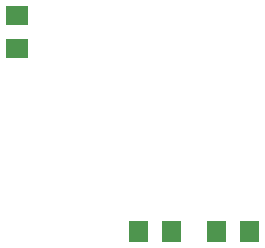
<source format=gbp>
G04 Layer: BottomPasteMaskLayer*
G04 EasyEDA v6.2.46, 2019-11-12T08:41:23+00:00*
G04 a54ae0302d0d4d44958841ca790c1891,6515191c65484b44ad2e16bf32a5f50e,10*
G04 Gerber Generator version 0.2*
G04 Scale: 100 percent, Rotated: No, Reflected: No *
G04 Dimensions in millimeters *
G04 leading zeros omitted , absolute positions ,3 integer and 3 decimal *
%FSLAX33Y33*%
%MOMM*%
G90*
G71D02*


%LPD*%
G36*
G01X12838Y21551D02*
G01X12838Y23152D01*
G01X11037Y23152D01*
G01X11037Y21551D01*
G01X12838Y21551D01*
G37*
G36*
G01X12838Y24345D02*
G01X12838Y25946D01*
G01X11037Y25946D01*
G01X11037Y24345D01*
G01X12838Y24345D01*
G37*
G36*
G01X21424Y5957D02*
G01X23025Y5957D01*
G01X23025Y7758D01*
G01X21424Y7758D01*
G01X21424Y5957D01*
G37*
G36*
G01X24218Y5957D02*
G01X25819Y5957D01*
G01X25819Y7758D01*
G01X24218Y7758D01*
G01X24218Y5957D01*
G37*
G36*
G01X32423Y7758D02*
G01X30822Y7758D01*
G01X30822Y5957D01*
G01X32423Y5957D01*
G01X32423Y7758D01*
G37*
G36*
G01X29629Y7758D02*
G01X28028Y7758D01*
G01X28028Y5957D01*
G01X29629Y5957D01*
G01X29629Y7758D01*
G37*
M00*
M02*

</source>
